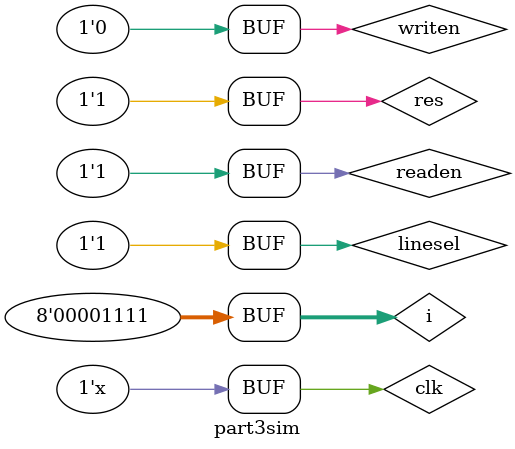
<source format=v>
`timescale 1ns / 1ps
/*

module threstsim(); //3-state buffer
    reg    i;        
    reg    en;
    wire   out;
    threstbuffer   uut(i, en, out);
    
    initial begin 
        i = 0;  en = 0; #50;
        i = 1;  en = 0; #50;
        i = 0;  en = 1; #50;
        i = 1;  en = 1; #50;
    end
endmodule

module part1sim();
    reg [7:0] d1;
    reg [7:0] d2;
    reg sel;
    wire [7:0] Out;
    part1   uut(d1, d2, sel, Out);
    initial begin 
        d1 = 8'd12; d2 = 8'd14; sel = 0; #50;
        d1 = 8'd12; d2 = 8'd14; sel = 1; #50;
        d1 = 8'd12; d2 = 8'd14; sel = 0; #50;
        d1 = 8'd12; d2 = 8'd14; sel = 1; #50;
    end
endmodule

module part2sim();
    reg [7:0] d1;
    reg [7:0] d2;
    reg sel;
    wire [7:0] Out1;
    wire [7:0] Out2;
    part2   uut(d1, d2, sel, Out1, Out2);
    initial begin 
        d1 = 8'd12; d2 = 8'd14; sel = 0; #50;
        d1 = 8'd12; d2 = 8'd14; sel = 1; #50;
        d1 = 8'd12; d2 = 8'd14; sel = 0; #50;
        d1 = 8'd12; d2 = 8'd14; sel = 1; #50;
    end
endmodule

*/
module part3sim();
    reg [7:0] i;    
    reg res;
    reg linesel;
    reg readen;
    reg writen;
    reg clk;
    wire [7:0] out;
    
    part3   uut(i,  res, linesel, readen, writen, clk, out);
    
    always #10 clk = ~clk;
    
    initial begin 
        clk = 0;
        i = 8'd12; res = 1; linesel = 0; readen = 0; writen = 0;  #50;
        i = 8'd12; res = 1; linesel = 1; readen = 0; writen = 0;  #50;
        i = 8'd12; res = 1; linesel = 1; readen = 0; writen = 1;  #50;
        i = 8'd12; res = 1; linesel = 1; readen = 1; writen = 1;  #50;
        i = 8'd12; res = 0; linesel = 1; readen = 1; writen = 0;  #50;
        i = 8'd15; res = 1; linesel = 1; readen = 0; writen = 1;  #50;
        i = 8'd14; res = 1; linesel = 1; readen = 1; writen = 0;  #50;
        i = 8'd15; res = 1; linesel = 1; readen = 1; writen = 1;  #50;
        i = 8'd15; res = 0; linesel = 1; readen = 0; writen = 0;  #50;
        i = 8'd15; res = 1; linesel = 1; readen = 1; writen = 0;  #50;
    end
endmodule

/*
module part4sim();
    reg [7:0] data;
    reg [2:0] adr;
    reg chsl;
    reg reset;
    reg readen;
    reg writen;
    reg clk;
    wire [7:0] out;
    
    part4   uut(data, adr, chsl, reset, readen, writen, clk, out);
    
    always #5 clk = ~clk;
    
    initial begin 
        clk = 1;
        data = 8'd10; adr = 3'd7; chsl = 0 ; reset = 1; readen = 0; writen = 1; #45;
        data = 8'd11; adr = 3'd1; chsl = 1;  reset = 1; readen = 1; writen = 1; #50;
        data = 8'd12; adr = 3'd2; chsl = 1;  reset = 1; readen = 0; writen = 1; #50;
        data = 8'd13; adr = 3'd3; chsl = 1; reset = 1; readen = 1; writen = 1; #50;
        data = 8'd14; adr = 3'd4; chsl = 1; reset = 1; readen = 1; writen = 1; #50;
        data = 8'd15; adr = 3'd5; chsl = 1; reset = 1; readen = 1; writen = 1; #50;
        data = 8'd16; adr = 3'd6; chsl = 1; reset = 1; readen = 1; writen = 1; #50;
        data = 8'd17; adr = 3'd7; chsl = 1; reset = 1; readen = 1; writen = 1; #50;
        
        data = 8'd1; adr = 3'd1; chsl = 1; reset = 1; readen = 1; writen = 0; #50;
        data = 8'd1; adr = 3'd3; chsl = 1; reset = 1; readen = 1; writen = 0; #50;
        data = 8'd1; adr = 3'd5; chsl = 1; reset = 1; readen = 1; writen = 0; #50;
        data = 8'd1; adr = 3'd7; chsl = 1; reset = 1; readen = 1; writen = 0; #50;
        
        data = 8'd1; adr = 3'd0; chsl = 1; reset = 0; readen = 1; writen = 0; #50;
        
    end
endmodule


module part5sim();
    reg [7:0] dI;
    reg [4:0] adr;
    reg res;
    reg readen;
    reg writen;
    reg clk;
    wire [7:0] out;
    
    part5   uut(dI, adr, res, readen, writen, clk, out);
    
    always #5 clk = ~clk;
    
    initial begin 
        clk = 0;
        dI = 8'd0;  adr = 5'd0;  res = 1; readen = 1; writen = 1; #10;    //rise the res before falling edge
        dI = 8'd0;  adr = 5'd0;  res = 0; readen = 1; writen = 1; #50;    //reset all lines
        dI = 8'd25; adr = 5'd30; res = 1; readen = 1; writen = 1; #50;   //Write 25 to Address 30
        dI = 8'd15; adr = 5'd20; res = 1; readen = 0; writen = 1; #50;   //Write 15 to Address 20
        dI = 8'd0;  adr = 5'd12; res = 1; readen = 1; writen = 0; #50;   // Read Address 12
        dI = 8'd18; adr = 5'd10; res = 1; readen = 1; writen = 1; #50;   //Write 18 to Address 10
        dI = 8'd3;  adr = 5'd15; res = 1; readen = 1; writen = 0; #50;   //Read Address 15
        dI = 8'd4;  adr = 5'd30; res = 1; readen = 1; writen = 0; #50;   //Read Address 30
        dI = 8'd5;  adr = 5'd10; res = 1; readen = 1; writen = 0; #50;   //Read Address 10
    end
endmodule


module part6sim();
    reg [31:0] data;
    reg [4:0] adress;
    reg reset;
    reg readen;
    reg writen;
    reg clk;
    wire [31:0] Output;
    
    part6   uut(data, adress, reset, readen, writen, clk, Output);
    
    always #5 clk = ~clk;
    
    initial begin 
        clk = 0;
        data = 32'd34;  adress = 5'd1; reset = 1; readen = 1; writen = 1; # 50;
        data = 32'd45;  adress = 5'd2; reset = 1; readen = 1; writen = 1; # 50;
        data = 32'd120; adress = 5'd3; reset = 1; readen = 1; writen = 1; # 50;
        data = 32'd1;   adress = 5'd2; reset = 1; readen = 1; writen = 0; # 50;
        data = 32'd1;   adress = 5'd1; reset = 1; readen = 1; writen = 0; # 50;
        data = 32'd78;  adress = 5'd8; reset = 1; readen = 1; writen = 1; # 50;
        data = 32'd78;  adress = 5'd3; reset = 1; readen = 0; writen = 0; # 50;
        data = 32'd1;   adress = 5'd8; reset = 1; readen = 1; writen = 0; # 50;
        data = 32'd1;   adress = 5'd1; reset = 0; readen = 1; writen = 0; # 50;
        
    end
endmodule
*/
</source>
